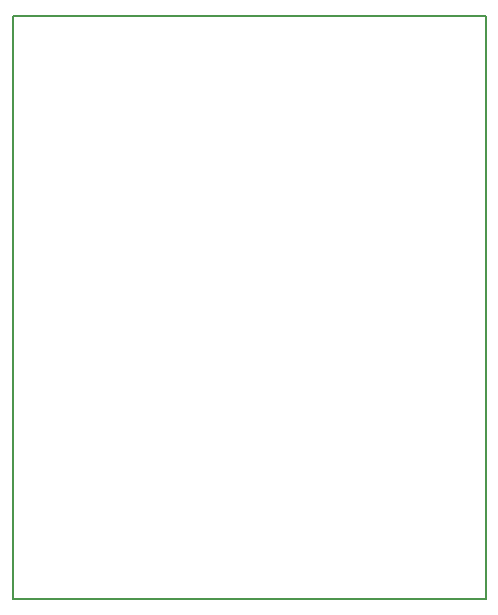
<source format=gbr>
G04 #@! TF.GenerationSoftware,KiCad,Pcbnew,(5.0.0)*
G04 #@! TF.CreationDate,2019-03-26T19:26:32+00:00*
G04 #@! TF.ProjectId,v4,76342E6B696361645F70636200000000,rev?*
G04 #@! TF.SameCoordinates,Original*
G04 #@! TF.FileFunction,Profile,NP*
%FSLAX46Y46*%
G04 Gerber Fmt 4.6, Leading zero omitted, Abs format (unit mm)*
G04 Created by KiCad (PCBNEW (5.0.0)) date 03/26/19 19:26:32*
%MOMM*%
%LPD*%
G01*
G04 APERTURE LIST*
%ADD10C,0.150000*%
G04 APERTURE END LIST*
D10*
X51612800Y-54914800D02*
X51612800Y-104292400D01*
X91643200Y-54864000D02*
X51612800Y-54864000D01*
X91643200Y-104292400D02*
X91643200Y-54864000D01*
X51612800Y-104292400D02*
X91643200Y-104292400D01*
M02*

</source>
